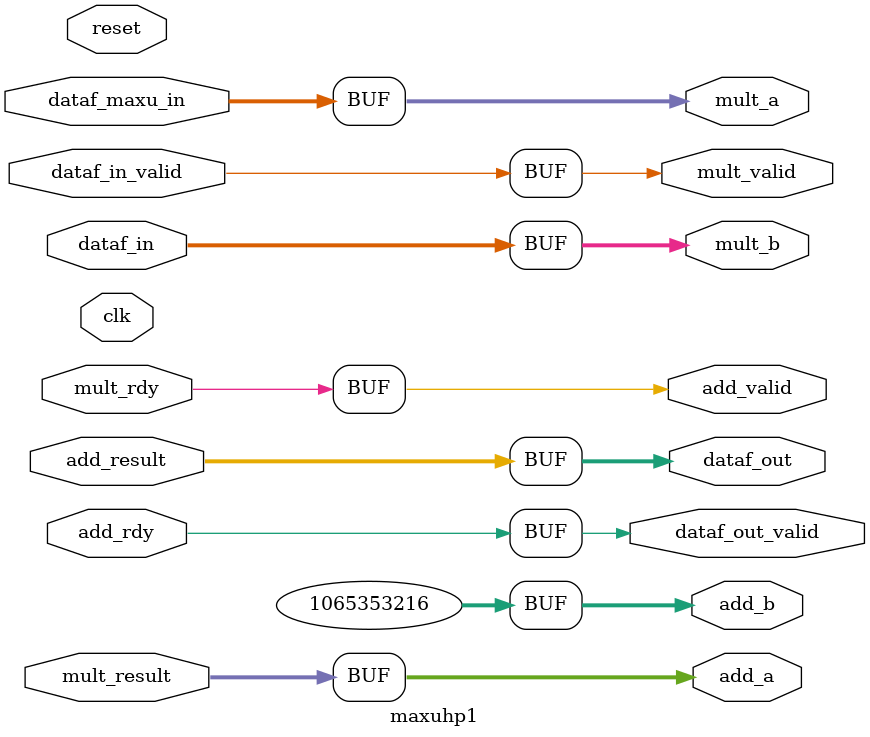
<source format=v>

`timescale 1ps / 1ps

// =============================================================================
// RTL Header
// =============================================================================
module maxuhp1
#(
  parameter  C_DATA_WIDTH  = 32
)
(
  //system signal
  input  wire                    clk  , //
  input  wire                    reset, //
  //data input
  input  wire                    dataf_in_valid , 
  input  wire [C_DATA_WIDTH-1:0] dataf_in       ,
  input  wire [C_DATA_WIDTH-1:0] dataf_maxu_in  ,
  //data output
  output wire                    dataf_out_valid, 
  output wire [C_DATA_WIDTH-1:0] dataf_out      ,
  //add
  output wire [C_DATA_WIDTH-1:0] add_a      ,
  output wire [C_DATA_WIDTH-1:0] add_b      ,
	output wire                    add_valid  ,
	input  wire [C_DATA_WIDTH-1:0] add_result ,
	input  wire                    add_rdy    ,
	//mult
  output wire [C_DATA_WIDTH-1:0] mult_a     ,
  output wire [C_DATA_WIDTH-1:0] mult_b     ,
	output wire                    mult_valid ,
	input  wire [C_DATA_WIDTH-1:0] mult_result,
	input  wire                    mult_rdy
);
	
	// =============================================================================
	// Internal signal
	// =============================================================================
	
	
	
	// =============================================================================
	// RTL Body
	// =============================================================================
	assign mult_a     = dataf_maxu_in;
	assign mult_b     = dataf_in     ;
	assign mult_valid = dataf_in_valid;
	
	assign add_a      = mult_result ;
	assign add_b      = 32'h3F800000;
	assign add_valid  = mult_rdy;
	
	assign dataf_out_valid = add_rdy   ;
	assign dataf_out       = add_result;
	
endmodule

</source>
